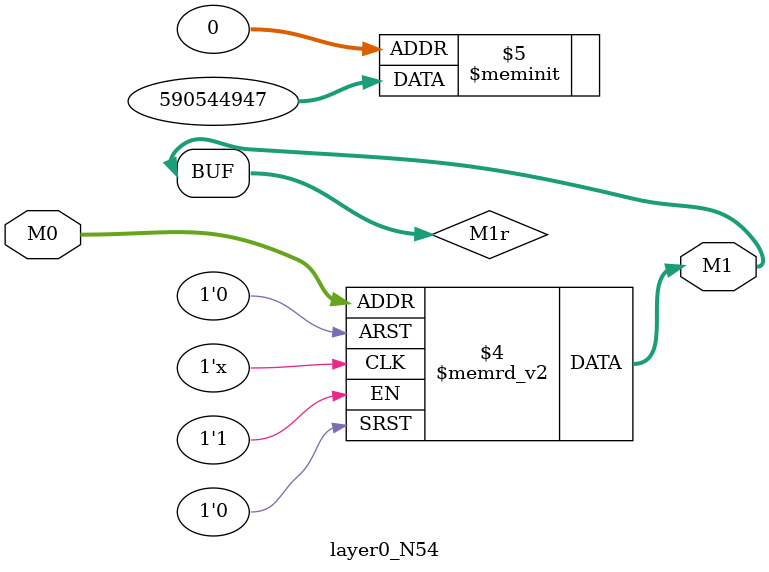
<source format=v>
module layer0_N54 ( input [3:0] M0, output [1:0] M1 );

	(*rom_style = "distributed" *) reg [1:0] M1r;
	assign M1 = M1r;
	always @ (M0) begin
		case (M0)
			4'b0000: M1r = 2'b11;
			4'b1000: M1r = 2'b11;
			4'b0100: M1r = 2'b00;
			4'b1100: M1r = 2'b11;
			4'b0010: M1r = 2'b11;
			4'b1010: M1r = 2'b11;
			4'b0110: M1r = 2'b00;
			4'b1110: M1r = 2'b10;
			4'b0001: M1r = 2'b00;
			4'b1001: M1r = 2'b00;
			4'b0101: M1r = 2'b00;
			4'b1101: M1r = 2'b00;
			4'b0011: M1r = 2'b00;
			4'b1011: M1r = 2'b00;
			4'b0111: M1r = 2'b00;
			4'b1111: M1r = 2'b00;

		endcase
	end
endmodule

</source>
